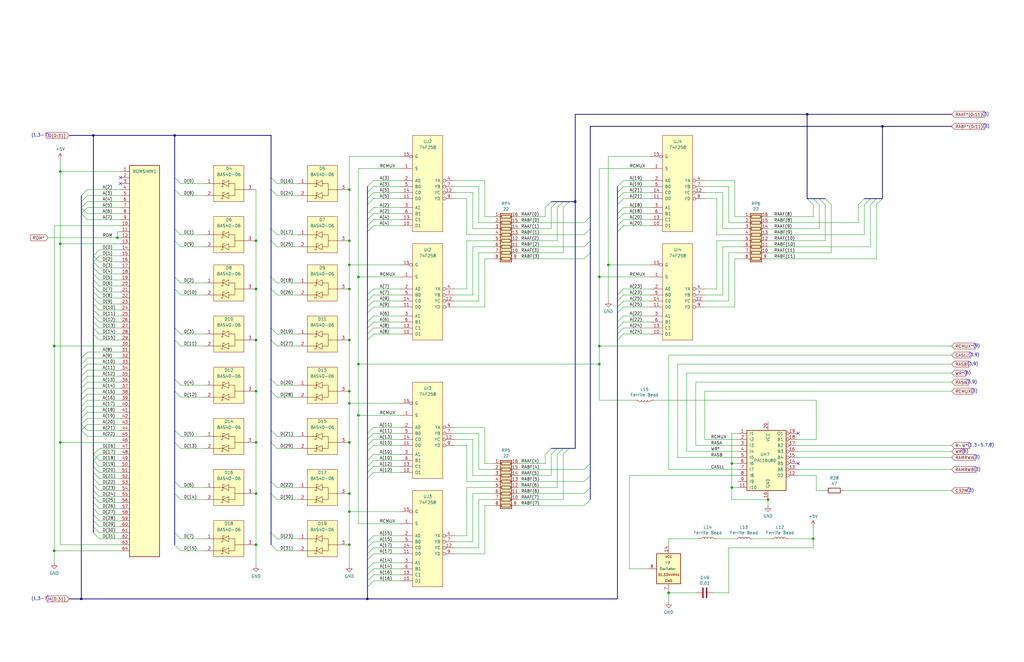
<source format=kicad_sch>
(kicad_sch (version 20211123) (generator eeschema)
  (paper "USLedger")
  (title_block (title "ROM & RAM Address Muxes") (date "2022-06-19") (rev "4") (company "Recreation of Apple engineering drawing 050-0253-01") (comment 1 "Corrected ROM pin 30 from +5V to Ground"))
  (junction (at 107.95 208.28))
  (junction (at 147.32 143.51))
  (junction (at 323.85 210.82))
  (junction (at 107.95 165.1))
  (junction (at 308.61 205.74))
  (junction (at 22.86 146.05))
  (junction (at 151.13 116.84))
  (junction (at 147.32 208.28))
  (junction (at 340.36 48.26))
  (junction (at 25.4 72.39))
  (junction (at 147.32 170.18))
  (junction (at 22.86 232.41))
  (junction (at 107.95 101.6))
  (junction (at 252.73 116.84))
  (junction (at 372.11 53.34))
  (junction (at 34.29 252.73))
  (junction (at 242.57 85.09))
  (junction (at 107.95 121.92))
  (junction (at 73.66 57.15))
  (junction (at 147.32 121.92))
  (junction (at 25.4 102.87))
  (junction (at 147.32 101.6))
  (junction (at 342.9 227.33))
  (junction (at 147.32 215.9))
  (junction (at 147.32 186.69))
  (junction (at 147.32 229.87))
  (junction (at 252.73 153.67))
  (junction (at 147.32 111.76))
  (junction (at 147.32 165.1))
  (junction (at 25.4 186.69))
  (junction (at 107.95 143.51))
  (junction (at 154.94 252.73))
  (junction (at 107.95 186.69))
  (junction (at 147.32 80.01))
  (junction (at 107.95 229.87))
  (junction (at 39.37 57.15))
  (junction (at 151.13 153.67))
  (junction (at 308.61 195.58))
  (junction (at 49.53 100.33))
  (junction (at 151.13 175.26))
  (junction (at 281.94 250.19))
  (junction (at 252.73 146.05))
  (junction (at 256.54 111.76))
  (no_connect (at 50.8 74.93))
  (no_connect (at 336.55 182.88))
  (no_connect (at 336.55 195.58))
  (no_connect (at 50.8 77.47))
  (bus_entry (at 157.48 87.63) (size -2.54 2.54))
  (bus_entry (at 116.84 232.41) (size -2.54 -2.54))
  (bus_entry (at 76.2 140.97) (size -2.54 -2.54))
  (bus_entry (at 157.48 135.89) (size -2.54 2.54))
  (bus_entry (at 157.48 245.11) (size -2.54 2.54))
  (bus_entry (at 246.38 213.36) (size 2.54 -2.54))
  (bus_entry (at 157.48 242.57) (size -2.54 2.54))
  (bus_entry (at 262.89 124.46) (size -2.54 2.54))
  (bus_entry (at 262.89 133.35) (size -2.54 2.54))
  (bus_entry (at 157.48 191.77) (size -2.54 2.54))
  (bus_entry (at 157.48 187.96) (size -2.54 2.54))
  (bus_entry (at 41.91 113.03) (size -2.54 -2.54))
  (bus_entry (at 41.91 227.33) (size -2.54 -2.54))
  (bus_entry (at 246.38 99.06) (size 2.54 -2.54))
  (bus_entry (at 36.83 181.61) (size -2.54 -2.54))
  (bus_entry (at 262.89 76.2) (size -2.54 2.54))
  (bus_entry (at 36.83 156.21) (size -2.54 2.54))
  (bus_entry (at 76.2 124.46) (size -2.54 -2.54))
  (bus_entry (at 76.2 99.06) (size -2.54 -2.54))
  (bus_entry (at 157.48 233.68) (size -2.54 2.54))
  (bus_entry (at 116.84 77.47) (size -2.54 -2.54))
  (bus_entry (at 36.83 82.55) (size -2.54 2.54))
  (bus_entry (at 76.2 227.33) (size -2.54 -2.54))
  (bus_entry (at 229.87 191.77) (size 2.54 -2.54))
  (bus_entry (at 116.84 146.05) (size -2.54 -2.54))
  (bus_entry (at 36.83 151.13) (size -2.54 2.54))
  (bus_entry (at 246.38 93.98) (size 2.54 -2.54))
  (bus_entry (at 36.83 161.29) (size -2.54 2.54))
  (bus_entry (at 364.49 86.36) (size 2.54 -2.54))
  (bus_entry (at 36.83 85.09) (size -2.54 2.54))
  (bus_entry (at 157.48 194.31) (size -2.54 2.54))
  (bus_entry (at 234.95 87.63) (size 2.54 -2.54))
  (bus_entry (at 232.41 87.63) (size 2.54 -2.54))
  (bus_entry (at 76.2 82.55) (size -2.54 -2.54))
  (bus_entry (at 157.48 121.92) (size -2.54 2.54))
  (bus_entry (at 246.38 203.2) (size 2.54 -2.54))
  (bus_entry (at 116.84 99.06) (size -2.54 -2.54))
  (bus_entry (at 116.84 82.55) (size -2.54 -2.54))
  (bus_entry (at 116.84 124.46) (size -2.54 -2.54))
  (bus_entry (at 41.91 125.73) (size -2.54 -2.54))
  (bus_entry (at 41.91 118.11) (size -2.54 -2.54))
  (bus_entry (at 41.91 217.17) (size -2.54 -2.54))
  (bus_entry (at 116.84 205.74) (size -2.54 -2.54))
  (bus_entry (at 36.83 153.67) (size -2.54 2.54))
  (bus_entry (at 36.83 87.63) (size -2.54 2.54))
  (bus_entry (at 262.89 127) (size -2.54 2.54))
  (bus_entry (at 262.89 129.54) (size -2.54 2.54))
  (bus_entry (at 36.83 171.45) (size -2.54 2.54))
  (bus_entry (at 41.91 209.55) (size -2.54 -2.54))
  (bus_entry (at 234.95 191.77) (size 2.54 -2.54))
  (bus_entry (at 262.89 90.17) (size -2.54 2.54))
  (bus_entry (at 262.89 83.82) (size -2.54 2.54))
  (bus_entry (at 41.91 196.85) (size -2.54 -2.54))
  (bus_entry (at 157.48 231.14) (size -2.54 2.54))
  (bus_entry (at 41.91 224.79) (size -2.54 -2.54))
  (bus_entry (at 157.48 81.28) (size -2.54 2.54))
  (bus_entry (at 262.89 92.71) (size -2.54 2.54))
  (bus_entry (at 41.91 204.47) (size -2.54 -2.54))
  (bus_entry (at 76.2 205.74) (size -2.54 -2.54))
  (bus_entry (at 41.91 138.43) (size -2.54 -2.54))
  (bus_entry (at 157.48 237.49) (size -2.54 2.54))
  (bus_entry (at 367.03 86.36) (size 2.54 -2.54))
  (bus_entry (at 347.98 86.36) (size -2.54 -2.54))
  (bus_entry (at 157.48 180.34) (size -2.54 2.54))
  (bus_entry (at 237.49 87.63) (size 2.54 -2.54))
  (bus_entry (at 116.84 210.82) (size -2.54 -2.54))
  (bus_entry (at 157.48 199.39) (size -2.54 2.54))
  (bus_entry (at 157.48 83.82) (size -2.54 2.54))
  (bus_entry (at 262.89 135.89) (size -2.54 2.54))
  (bus_entry (at 41.91 120.65) (size -2.54 -2.54))
  (bus_entry (at 157.48 182.88) (size -2.54 2.54))
  (bus_entry (at 350.52 86.36) (size -2.54 -2.54))
  (bus_entry (at 41.91 207.01) (size -2.54 -2.54))
  (bus_entry (at 345.44 86.36) (size -2.54 -2.54))
  (bus_entry (at 157.48 129.54) (size -2.54 2.54))
  (bus_entry (at 157.48 92.71) (size -2.54 2.54))
  (bus_entry (at 76.2 162.56) (size -2.54 -2.54))
  (bus_entry (at 41.91 140.97) (size -2.54 -2.54))
  (bus_entry (at 116.84 119.38) (size -2.54 -2.54))
  (bus_entry (at 36.83 184.15) (size -2.54 -2.54))
  (bus_entry (at 41.91 212.09) (size -2.54 -2.54))
  (bus_entry (at 36.83 173.99) (size -2.54 2.54))
  (bus_entry (at 262.89 138.43) (size -2.54 2.54))
  (bus_entry (at 262.89 140.97) (size -2.54 2.54))
  (bus_entry (at 262.89 78.74) (size -2.54 2.54))
  (bus_entry (at 41.91 214.63) (size -2.54 -2.54))
  (bus_entry (at 116.84 162.56) (size -2.54 -2.54))
  (bus_entry (at 76.2 77.47) (size -2.54 -2.54))
  (bus_entry (at 41.91 128.27) (size -2.54 -2.54))
  (bus_entry (at 41.91 219.71) (size -2.54 -2.54))
  (bus_entry (at 246.38 109.22) (size 2.54 -2.54))
  (bus_entry (at 36.83 176.53) (size -2.54 2.54))
  (bus_entry (at 36.83 168.91) (size -2.54 2.54))
  (bus_entry (at 157.48 226.06) (size -2.54 2.54))
  (bus_entry (at 232.41 191.77) (size 2.54 -2.54))
  (bus_entry (at 36.83 148.59) (size -2.54 2.54))
  (bus_entry (at 157.48 140.97) (size -2.54 2.54))
  (bus_entry (at 41.91 222.25) (size -2.54 -2.54))
  (bus_entry (at 41.91 191.77) (size -2.54 2.54))
  (bus_entry (at 76.2 184.15) (size -2.54 -2.54))
  (bus_entry (at 116.84 184.15) (size -2.54 -2.54))
  (bus_entry (at 229.87 87.63) (size 2.54 -2.54))
  (bus_entry (at 157.48 90.17) (size -2.54 2.54))
  (bus_entry (at 262.89 81.28) (size -2.54 2.54))
  (bus_entry (at 76.2 146.05) (size -2.54 -2.54))
  (bus_entry (at 246.38 104.14) (size 2.54 -2.54))
  (bus_entry (at 76.2 104.14) (size -2.54 -2.54))
  (bus_entry (at 342.9 86.36) (size -2.54 -2.54))
  (bus_entry (at 76.2 210.82) (size -2.54 -2.54))
  (bus_entry (at 116.84 227.33) (size -2.54 -2.54))
  (bus_entry (at 41.91 143.51) (size -2.54 -2.54))
  (bus_entry (at 41.91 201.93) (size -2.54 -2.54))
  (bus_entry (at 41.91 199.39) (size -2.54 -2.54))
  (bus_entry (at 157.48 240.03) (size -2.54 2.54))
  (bus_entry (at 36.83 92.71) (size -2.54 -2.54))
  (bus_entry (at 41.91 107.95) (size -2.54 2.54))
  (bus_entry (at 41.91 123.19) (size -2.54 -2.54))
  (bus_entry (at 41.91 130.81) (size -2.54 -2.54))
  (bus_entry (at 262.89 121.92) (size -2.54 2.54))
  (bus_entry (at 157.48 95.25) (size -2.54 2.54))
  (bus_entry (at 41.91 194.31) (size -2.54 -2.54))
  (bus_entry (at 41.91 133.35) (size -2.54 -2.54))
  (bus_entry (at 157.48 76.2) (size -2.54 2.54))
  (bus_entry (at 76.2 189.23) (size -2.54 -2.54))
  (bus_entry (at 116.84 140.97) (size -2.54 -2.54))
  (bus_entry (at 36.83 179.07) (size -2.54 2.54))
  (bus_entry (at 76.2 119.38) (size -2.54 -2.54))
  (bus_entry (at 116.84 167.64) (size -2.54 -2.54))
  (bus_entry (at 36.83 80.01) (size -2.54 2.54))
  (bus_entry (at 41.91 189.23) (size -2.54 2.54))
  (bus_entry (at 36.83 90.17) (size -2.54 -2.54))
  (bus_entry (at 157.48 78.74) (size -2.54 2.54))
  (bus_entry (at 246.38 198.12) (size 2.54 -2.54))
  (bus_entry (at 361.95 86.36) (size 2.54 -2.54))
  (bus_entry (at 36.83 158.75) (size -2.54 2.54))
  (bus_entry (at 116.84 104.14) (size -2.54 -2.54))
  (bus_entry (at 41.91 115.57) (size -2.54 -2.54))
  (bus_entry (at 157.48 138.43) (size -2.54 2.54))
  (bus_entry (at 157.48 196.85) (size -2.54 2.54))
  (bus_entry (at 157.48 124.46) (size -2.54 2.54))
  (bus_entry (at 76.2 167.64) (size -2.54 -2.54))
  (bus_entry (at 237.49 191.77) (size 2.54 -2.54))
  (bus_entry (at 36.83 166.37) (size -2.54 2.54))
  (bus_entry (at 116.84 189.23) (size -2.54 -2.54))
  (bus_entry (at 157.48 127) (size -2.54 2.54))
  (bus_entry (at 76.2 232.41) (size -2.54 -2.54))
  (bus_entry (at 157.48 133.35) (size -2.54 2.54))
  (bus_entry (at 157.48 185.42) (size -2.54 2.54))
  (bus_entry (at 41.91 105.41) (size -2.54 2.54))
  (bus_entry (at 369.57 86.36) (size 2.54 -2.54))
  (bus_entry (at 262.89 95.25) (size -2.54 2.54))
  (bus_entry (at 41.91 110.49) (size -2.54 -2.54))
  (bus_entry (at 262.89 87.63) (size -2.54 2.54))
  (bus_entry (at 157.48 228.6) (size -2.54 2.54))
  (bus_entry (at 246.38 208.28) (size 2.54 -2.54))
  (bus_entry (at 36.83 163.83) (size -2.54 2.54))
  (bus_entry (at 41.91 135.89) (size -2.54 -2.54))
  (wire (pts (xy 281.94 227.33) (xy 281.94 229.87)))
  (wire (pts (xy 147.32 143.51) (xy 147.32 165.1)))
  (bus (pts (xy 154.94 196.85) (xy 154.94 199.39)))
  (wire (pts (xy 22.86 95.25) (xy 22.86 146.05)))
  (wire (pts (xy 252.73 71.12) (xy 252.73 116.84)))
  (bus (pts (xy 154.94 86.36) (xy 154.94 90.17)))
  (wire (pts (xy 201.93 182.88) (xy 201.93 198.12)))
  (wire (pts (xy 50.8 163.83) (xy 36.83 163.83)))
  (wire (pts (xy 25.4 102.87) (xy 25.4 186.69)))
  (wire (pts (xy 168.91 191.77) (xy 157.48 191.77)))
  (wire (pts (xy 50.8 219.71) (xy 41.91 219.71)))
  (wire (pts (xy 323.85 91.44) (xy 342.9 91.44)))
  (bus (pts (xy 260.35 132.08) (xy 260.35 135.89)))
  (bus (pts (xy 154.94 185.42) (xy 154.94 187.96)))
  (wire (pts (xy 252.73 146.05) (xy 252.73 116.84)))
  (wire (pts (xy 147.32 101.6) (xy 147.32 111.76)))
  (bus (pts (xy 34.29 85.09) (xy 34.29 87.63)))
  (wire (pts (xy 275.59 168.91) (xy 344.17 168.91)))
  (bus (pts (xy 248.92 106.68) (xy 248.92 195.58)))
  (wire (pts (xy 191.77 187.96) (xy 196.85 187.96)))
  (wire (pts (xy 218.44 200.66) (xy 232.41 200.66)))
  (bus (pts (xy 73.66 160.02) (xy 73.66 165.1)))
  (wire (pts (xy 274.32 71.12) (xy 252.73 71.12)))
  (bus (pts (xy 114.3 186.69) (xy 114.3 203.2)))
  (wire (pts (xy 201.93 106.68) (xy 208.28 106.68)))
  (bus (pts (xy 372.11 53.34) (xy 372.11 83.82)))
  (wire (pts (xy 147.32 215.9) (xy 147.32 229.87)))
  (bus (pts (xy 248.92 200.66) (xy 248.92 205.74)))
  (bus (pts (xy 73.66 224.79) (xy 73.66 229.87)))
  (bus (pts (xy 73.66 143.51) (xy 73.66 160.02)))
  (wire (pts (xy 199.39 96.52) (xy 208.28 96.52)))
  (wire (pts (xy 201.93 210.82) (xy 208.28 210.82)))
  (bus (pts (xy 340.36 83.82) (xy 342.9 83.82)))
  (wire (pts (xy 342.9 231.14) (xy 342.9 227.33)))
  (wire (pts (xy 199.39 200.66) (xy 208.28 200.66)))
  (wire (pts (xy 36.83 168.91) (xy 50.8 168.91)))
  (wire (pts (xy 86.36 99.06) (xy 76.2 99.06)))
  (wire (pts (xy 191.77 124.46) (xy 199.39 124.46)))
  (bus (pts (xy 248.92 205.74) (xy 248.92 210.82)))
  (bus (pts (xy 248.92 195.58) (xy 248.92 200.66)))
  (bus (pts (xy 242.57 189.23) (xy 242.57 85.09)))
  (wire (pts (xy 147.32 66.04) (xy 147.32 80.01)))
  (wire (pts (xy 50.8 140.97) (xy 41.91 140.97)))
  (bus (pts (xy 73.66 57.15) (xy 73.66 74.93)))
  (bus (pts (xy 39.37 57.15) (xy 39.37 107.95)))
  (wire (pts (xy 50.8 176.53) (xy 36.83 176.53)))
  (bus (pts (xy 39.37 217.17) (xy 39.37 219.71)))
  (wire (pts (xy 274.32 87.63) (xy 262.89 87.63)))
  (wire (pts (xy 22.86 232.41) (xy 22.86 237.49)))
  (wire (pts (xy 116.84 146.05) (xy 125.73 146.05)))
  (wire (pts (xy 304.8 96.52) (xy 313.69 96.52)))
  (bus (pts (xy 34.29 87.63) (xy 34.29 90.17)))
  (bus (pts (xy 34.29 156.21) (xy 34.29 158.75)))
  (wire (pts (xy 22.86 95.25) (xy 50.8 95.25)))
  (wire (pts (xy 199.39 81.28) (xy 199.39 96.52)))
  (bus (pts (xy 34.29 181.61) (xy 34.29 252.73)))
  (wire (pts (xy 302.26 121.92) (xy 302.26 101.6)))
  (wire (pts (xy 196.85 101.6) (xy 208.28 101.6)))
  (wire (pts (xy 50.8 107.95) (xy 41.91 107.95)))
  (wire (pts (xy 168.91 76.2) (xy 157.48 76.2)))
  (wire (pts (xy 147.32 80.01) (xy 147.32 101.6)))
  (bus (pts (xy 154.94 97.79) (xy 154.94 124.46)))
  (bus (pts (xy 114.3 160.02) (xy 114.3 165.1)))
  (wire (pts (xy 191.77 228.6) (xy 199.39 228.6)))
  (bus (pts (xy 154.94 242.57) (xy 154.94 245.11)))
  (wire (pts (xy 49.53 100.33) (xy 50.8 100.33)))
  (wire (pts (xy 86.36 210.82) (xy 76.2 210.82)))
  (wire (pts (xy 50.8 166.37) (xy 36.83 166.37)))
  (wire (pts (xy 191.77 180.34) (xy 204.47 180.34)))
  (wire (pts (xy 311.15 198.12) (xy 281.94 198.12)))
  (wire (pts (xy 147.32 66.04) (xy 168.91 66.04)))
  (bus (pts (xy 114.3 121.92) (xy 114.3 138.43)))
  (wire (pts (xy 229.87 91.44) (xy 229.87 87.63)))
  (wire (pts (xy 367.03 104.14) (xy 367.03 86.36)))
  (wire (pts (xy 262.89 140.97) (xy 274.32 140.97)))
  (wire (pts (xy 345.44 96.52) (xy 345.44 86.36)))
  (wire (pts (xy 168.91 71.12) (xy 151.13 71.12)))
  (wire (pts (xy 304.8 124.46) (xy 304.8 104.14)))
  (bus (pts (xy 73.66 121.92) (xy 73.66 138.43)))
  (wire (pts (xy 50.8 110.49) (xy 41.91 110.49)))
  (wire (pts (xy 307.34 231.14) (xy 342.9 231.14)))
  (bus (pts (xy 39.37 57.15) (xy 29.21 57.15)))
  (wire (pts (xy 168.91 194.31) (xy 157.48 194.31)))
  (wire (pts (xy 274.32 78.74) (xy 262.89 78.74)))
  (bus (pts (xy 248.92 53.34) (xy 248.92 91.44)))
  (bus (pts (xy 34.29 171.45) (xy 34.29 173.99)))
  (wire (pts (xy 218.44 205.74) (xy 234.95 205.74)))
  (wire (pts (xy 323.85 109.22) (xy 369.57 109.22)))
  (bus (pts (xy 114.3 138.43) (xy 114.3 143.51)))
  (wire (pts (xy 289.56 190.5) (xy 289.56 157.48)))
  (wire (pts (xy 199.39 124.46) (xy 199.39 104.14)))
  (wire (pts (xy 168.91 83.82) (xy 157.48 83.82)))
  (wire (pts (xy 323.85 96.52) (xy 345.44 96.52)))
  (bus (pts (xy 39.37 212.09) (xy 39.37 214.63)))
  (bus (pts (xy 73.66 186.69) (xy 73.66 203.2)))
  (bus (pts (xy 154.94 194.31) (xy 154.94 196.85)))
  (wire (pts (xy 308.61 210.82) (xy 323.85 210.82)))
  (bus (pts (xy 260.35 129.54) (xy 260.35 132.08)))
  (bus (pts (xy 73.66 101.6) (xy 73.66 116.84)))
  (bus (pts (xy 248.92 53.34) (xy 372.11 53.34)))
  (wire (pts (xy 86.36 77.47) (xy 76.2 77.47)))
  (wire (pts (xy 116.84 104.14) (xy 125.73 104.14)))
  (bus (pts (xy 372.11 53.34) (xy 401.32 53.34)))
  (wire (pts (xy 50.8 171.45) (xy 36.83 171.45)))
  (bus (pts (xy 73.66 138.43) (xy 73.66 143.51)))
  (bus (pts (xy 260.35 95.25) (xy 260.35 97.79)))
  (wire (pts (xy 86.36 184.15) (xy 76.2 184.15)))
  (wire (pts (xy 168.91 87.63) (xy 157.48 87.63)))
  (wire (pts (xy 25.4 67.31) (xy 25.4 72.39)))
  (wire (pts (xy 317.5 227.33) (xy 325.12 227.33)))
  (bus (pts (xy 39.37 107.95) (xy 39.37 110.49)))
  (wire (pts (xy 252.73 168.91) (xy 267.97 168.91)))
  (wire (pts (xy 361.95 93.98) (xy 361.95 86.36)))
  (bus (pts (xy 248.92 101.6) (xy 248.92 106.68)))
  (bus (pts (xy 154.94 182.88) (xy 154.94 185.42)))
  (wire (pts (xy 265.43 240.03) (xy 273.05 240.03)))
  (bus (pts (xy 34.29 163.83) (xy 34.29 166.37)))
  (wire (pts (xy 323.85 93.98) (xy 361.95 93.98)))
  (wire (pts (xy 50.8 82.55) (xy 36.83 82.55)))
  (wire (pts (xy 311.15 190.5) (xy 289.56 190.5)))
  (wire (pts (xy 309.88 91.44) (xy 313.69 91.44)))
  (bus (pts (xy 39.37 140.97) (xy 39.37 191.77)))
  (bus (pts (xy 154.94 132.08) (xy 154.94 135.89)))
  (wire (pts (xy 50.8 135.89) (xy 41.91 135.89)))
  (bus (pts (xy 39.37 207.01) (xy 39.37 209.55)))
  (wire (pts (xy 199.39 185.42) (xy 199.39 200.66)))
  (wire (pts (xy 274.32 95.25) (xy 262.89 95.25)))
  (wire (pts (xy 308.61 195.58) (xy 308.61 205.74)))
  (wire (pts (xy 86.36 189.23) (xy 76.2 189.23)))
  (bus (pts (xy 114.3 57.15) (xy 114.3 74.93)))
  (wire (pts (xy 232.41 96.52) (xy 232.41 87.63)))
  (bus (pts (xy 114.3 96.52) (xy 114.3 101.6)))
  (wire (pts (xy 107.95 121.92) (xy 107.95 143.51)))
  (wire (pts (xy 50.8 92.71) (xy 36.83 92.71)))
  (wire (pts (xy 304.8 104.14) (xy 313.69 104.14)))
  (wire (pts (xy 147.32 229.87) (xy 147.32 238.76)))
  (bus (pts (xy 154.94 124.46) (xy 154.94 127)))
  (wire (pts (xy 274.32 138.43) (xy 262.89 138.43)))
  (wire (pts (xy 50.8 130.81) (xy 41.91 130.81)))
  (bus (pts (xy 154.94 201.93) (xy 154.94 228.6)))
  (bus (pts (xy 260.35 143.51) (xy 260.35 252.73)))
  (wire (pts (xy 50.8 222.25) (xy 41.91 222.25)))
  (wire (pts (xy 204.47 129.54) (xy 204.47 109.22)))
  (bus (pts (xy 114.3 181.61) (xy 114.3 186.69)))
  (wire (pts (xy 199.39 228.6) (xy 199.39 208.28)))
  (bus (pts (xy 248.92 96.52) (xy 248.92 101.6)))
  (wire (pts (xy 274.32 121.92) (xy 262.89 121.92)))
  (wire (pts (xy 344.17 168.91) (xy 344.17 185.42)))
  (bus (pts (xy 73.66 57.15) (xy 39.37 57.15)))
  (wire (pts (xy 323.85 210.82) (xy 323.85 213.36)))
  (wire (pts (xy 274.32 135.89) (xy 262.89 135.89)))
  (bus (pts (xy 234.95 189.23) (xy 237.49 189.23)))
  (wire (pts (xy 297.18 81.28) (xy 304.8 81.28)))
  (wire (pts (xy 168.91 187.96) (xy 157.48 187.96)))
  (wire (pts (xy 308.61 182.88) (xy 308.61 195.58)))
  (wire (pts (xy 147.32 186.69) (xy 147.32 208.28)))
  (wire (pts (xy 168.91 196.85) (xy 157.48 196.85)))
  (wire (pts (xy 50.8 217.17) (xy 41.91 217.17)))
  (wire (pts (xy 151.13 71.12) (xy 151.13 116.84)))
  (bus (pts (xy 39.37 115.57) (xy 39.37 118.11)))
  (bus (pts (xy 260.35 135.89) (xy 260.35 138.43)))
  (wire (pts (xy 168.91 127) (xy 157.48 127)))
  (wire (pts (xy 151.13 175.26) (xy 151.13 220.98)))
  (wire (pts (xy 107.95 186.69) (xy 107.95 208.28)))
  (wire (pts (xy 336.55 193.04) (xy 401.32 193.04)))
  (bus (pts (xy 39.37 135.89) (xy 39.37 138.43)))
  (wire (pts (xy 168.91 111.76) (xy 147.32 111.76)))
  (bus (pts (xy 154.94 228.6) (xy 154.94 231.14)))
  (bus (pts (xy 73.66 181.61) (xy 73.66 186.69)))
  (wire (pts (xy 151.13 116.84) (xy 168.91 116.84)))
  (wire (pts (xy 355.6 207.01) (xy 401.32 207.01)))
  (bus (pts (xy 39.37 118.11) (xy 39.37 120.65)))
  (bus (pts (xy 39.37 130.81) (xy 39.37 133.35)))
  (wire (pts (xy 157.48 199.39) (xy 168.91 199.39)))
  (wire (pts (xy 116.84 99.06) (xy 125.73 99.06)))
  (bus (pts (xy 154.94 138.43) (xy 154.94 140.97)))
  (wire (pts (xy 281.94 198.12) (xy 281.94 149.86)))
  (wire (pts (xy 147.32 208.28) (xy 147.32 215.9)))
  (wire (pts (xy 25.4 186.69) (xy 25.4 229.87)))
  (bus (pts (xy 34.29 173.99) (xy 34.29 176.53)))
  (wire (pts (xy 281.94 250.19) (xy 293.37 250.19)))
  (wire (pts (xy 252.73 146.05) (xy 252.73 153.67)))
  (wire (pts (xy 297.18 185.42) (xy 311.15 185.42)))
  (wire (pts (xy 350.52 106.68) (xy 350.52 86.36)))
  (wire (pts (xy 323.85 106.68) (xy 350.52 106.68)))
  (bus (pts (xy 364.49 83.82) (xy 367.03 83.82)))
  (wire (pts (xy 191.77 81.28) (xy 199.39 81.28)))
  (wire (pts (xy 50.8 212.09) (xy 41.91 212.09)))
  (wire (pts (xy 274.32 124.46) (xy 262.89 124.46)))
  (wire (pts (xy 147.32 170.18) (xy 147.32 186.69)))
  (wire (pts (xy 168.91 90.17) (xy 157.48 90.17)))
  (bus (pts (xy 237.49 189.23) (xy 240.03 189.23)))
  (bus (pts (xy 39.37 125.73) (xy 39.37 128.27)))
  (wire (pts (xy 50.8 158.75) (xy 36.83 158.75)))
  (wire (pts (xy 25.4 229.87) (xy 50.8 229.87)))
  (bus (pts (xy 248.92 91.44) (xy 248.92 96.52)))
  (wire (pts (xy 86.36 205.74) (xy 76.2 205.74)))
  (wire (pts (xy 50.8 87.63) (xy 36.83 87.63)))
  (wire (pts (xy 281.94 250.19) (xy 281.94 254)))
  (wire (pts (xy 86.36 140.97) (xy 76.2 140.97)))
  (bus (pts (xy 240.03 85.09) (xy 242.57 85.09)))
  (wire (pts (xy 342.9 227.33) (xy 342.9 222.25)))
  (bus (pts (xy 342.9 83.82) (xy 345.44 83.82)))
  (wire (pts (xy 116.84 77.47) (xy 125.73 77.47)))
  (wire (pts (xy 50.8 191.77) (xy 41.91 191.77)))
  (bus (pts (xy 73.66 80.01) (xy 73.66 96.52)))
  (wire (pts (xy 168.91 185.42) (xy 157.48 185.42)))
  (wire (pts (xy 237.49 106.68) (xy 237.49 87.63)))
  (wire (pts (xy 107.95 143.51) (xy 107.95 165.1)))
  (wire (pts (xy 191.77 129.54) (xy 204.47 129.54)))
  (wire (pts (xy 302.26 83.82) (xy 302.26 99.06)))
  (wire (pts (xy 49.53 97.79) (xy 49.53 100.33)))
  (wire (pts (xy 204.47 76.2) (xy 191.77 76.2)))
  (wire (pts (xy 50.8 201.93) (xy 41.91 201.93)))
  (bus (pts (xy 260.35 90.17) (xy 260.35 92.71)))
  (wire (pts (xy 218.44 203.2) (xy 246.38 203.2)))
  (bus (pts (xy 367.03 83.82) (xy 369.57 83.82)))
  (wire (pts (xy 218.44 198.12) (xy 246.38 198.12)))
  (wire (pts (xy 252.73 146.05) (xy 401.32 146.05)))
  (wire (pts (xy 336.55 185.42) (xy 344.17 185.42)))
  (wire (pts (xy 204.47 180.34) (xy 204.47 195.58)))
  (wire (pts (xy 342.9 91.44) (xy 342.9 86.36)))
  (wire (pts (xy 50.8 207.01) (xy 41.91 207.01)))
  (wire (pts (xy 22.86 146.05) (xy 50.8 146.05)))
  (bus (pts (xy 73.66 96.52) (xy 73.66 101.6)))
  (wire (pts (xy 218.44 99.06) (xy 246.38 99.06)))
  (wire (pts (xy 218.44 91.44) (xy 229.87 91.44)))
  (wire (pts (xy 274.32 83.82) (xy 262.89 83.82)))
  (wire (pts (xy 344.17 207.01) (xy 347.98 207.01)))
  (bus (pts (xy 39.37 113.03) (xy 39.37 115.57)))
  (wire (pts (xy 25.4 186.69) (xy 50.8 186.69)))
  (bus (pts (xy 240.03 189.23) (xy 242.57 189.23)))
  (wire (pts (xy 196.85 226.06) (xy 196.85 205.74)))
  (wire (pts (xy 50.8 214.63) (xy 41.91 214.63)))
  (wire (pts (xy 323.85 99.06) (xy 364.49 99.06)))
  (wire (pts (xy 50.8 85.09) (xy 36.83 85.09)))
  (bus (pts (xy 154.94 190.5) (xy 154.94 194.31)))
  (wire (pts (xy 229.87 195.58) (xy 229.87 191.77)))
  (wire (pts (xy 218.44 106.68) (xy 237.49 106.68)))
  (bus (pts (xy 114.3 57.15) (xy 73.66 57.15)))
  (bus (pts (xy 260.35 140.97) (xy 260.35 143.51)))
  (bus (pts (xy 154.94 240.03) (xy 154.94 242.57)))
  (wire (pts (xy 300.99 250.19) (xy 307.34 250.19)))
  (wire (pts (xy 274.32 90.17) (xy 262.89 90.17)))
  (wire (pts (xy 191.77 233.68) (xy 204.47 233.68)))
  (wire (pts (xy 116.84 232.41) (xy 125.73 232.41)))
  (bus (pts (xy 39.37 110.49) (xy 39.37 113.03)))
  (wire (pts (xy 218.44 210.82) (xy 237.49 210.82)))
  (wire (pts (xy 191.77 121.92) (xy 196.85 121.92)))
  (wire (pts (xy 168.91 121.92) (xy 157.48 121.92)))
  (wire (pts (xy 147.32 111.76) (xy 147.32 121.92)))
  (wire (pts (xy 50.8 143.51) (xy 41.91 143.51)))
  (wire (pts (xy 168.91 135.89) (xy 157.48 135.89)))
  (wire (pts (xy 50.8 133.35) (xy 41.91 133.35)))
  (wire (pts (xy 22.86 146.05) (xy 22.86 232.41)))
  (bus (pts (xy 114.3 80.01) (xy 114.3 96.52)))
  (wire (pts (xy 86.36 124.46) (xy 76.2 124.46)))
  (wire (pts (xy 86.36 104.14) (xy 76.2 104.14)))
  (bus (pts (xy 154.94 92.71) (xy 154.94 95.25)))
  (wire (pts (xy 336.55 200.66) (xy 344.17 200.66)))
  (wire (pts (xy 86.36 162.56) (xy 76.2 162.56)))
  (wire (pts (xy 116.84 162.56) (xy 125.73 162.56)))
  (bus (pts (xy 39.37 191.77) (xy 39.37 194.31)))
  (wire (pts (xy 196.85 203.2) (xy 208.28 203.2)))
  (wire (pts (xy 116.84 184.15) (xy 125.73 184.15)))
  (bus (pts (xy 73.66 74.93) (xy 73.66 80.01)))
  (wire (pts (xy 50.8 184.15) (xy 36.83 184.15)))
  (wire (pts (xy 234.95 205.74) (xy 234.95 191.77)))
  (wire (pts (xy 323.85 104.14) (xy 367.03 104.14)))
  (bus (pts (xy 114.3 74.93) (xy 114.3 80.01)))
  (wire (pts (xy 151.13 153.67) (xy 252.73 153.67)))
  (wire (pts (xy 41.91 227.33) (xy 50.8 227.33)))
  (bus (pts (xy 260.35 138.43) (xy 260.35 140.97)))
  (wire (pts (xy 168.91 242.57) (xy 157.48 242.57)))
  (bus (pts (xy 260.35 97.79) (xy 260.35 124.46)))
  (wire (pts (xy 285.75 153.67) (xy 401.32 153.67)))
  (wire (pts (xy 256.54 111.76) (xy 274.32 111.76)))
  (bus (pts (xy 39.37 219.71) (xy 39.37 222.25)))
  (wire (pts (xy 274.32 66.04) (xy 256.54 66.04)))
  (bus (pts (xy 154.94 135.89) (xy 154.94 138.43)))
  (bus (pts (xy 340.36 48.26) (xy 401.32 48.26)))
  (wire (pts (xy 307.34 250.19) (xy 307.34 231.14)))
  (bus (pts (xy 260.35 92.71) (xy 260.35 95.25)))
  (wire (pts (xy 157.48 245.11) (xy 168.91 245.11)))
  (wire (pts (xy 199.39 104.14) (xy 208.28 104.14)))
  (wire (pts (xy 50.8 90.17) (xy 36.83 90.17)))
  (wire (pts (xy 50.8 161.29) (xy 36.83 161.29)))
  (wire (pts (xy 151.13 116.84) (xy 151.13 153.67)))
  (bus (pts (xy 154.94 127) (xy 154.94 129.54)))
  (wire (pts (xy 50.8 138.43) (xy 41.91 138.43)))
  (wire (pts (xy 107.95 101.6) (xy 107.95 121.92)))
  (wire (pts (xy 168.91 133.35) (xy 157.48 133.35)))
  (bus (pts (xy 260.35 86.36) (xy 260.35 90.17)))
  (bus (pts (xy 260.35 78.74) (xy 260.35 81.28)))
  (bus (pts (xy 39.37 222.25) (xy 39.37 224.79)))
  (wire (pts (xy 274.32 92.71) (xy 262.89 92.71)))
  (wire (pts (xy 297.18 78.74) (xy 307.34 78.74)))
  (wire (pts (xy 147.32 121.92) (xy 147.32 143.51)))
  (wire (pts (xy 218.44 109.22) (xy 246.38 109.22)))
  (wire (pts (xy 50.8 199.39) (xy 41.91 199.39)))
  (wire (pts (xy 297.18 129.54) (xy 309.88 129.54)))
  (wire (pts (xy 274.32 133.35) (xy 262.89 133.35)))
  (wire (pts (xy 311.15 182.88) (xy 308.61 182.88)))
  (wire (pts (xy 168.91 180.34) (xy 157.48 180.34)))
  (wire (pts (xy 332.74 227.33) (xy 342.9 227.33)))
  (bus (pts (xy 369.57 83.82) (xy 372.11 83.82)))
  (bus (pts (xy 34.29 158.75) (xy 34.29 161.29)))
  (bus (pts (xy 34.29 153.67) (xy 34.29 156.21)))
  (wire (pts (xy 208.28 91.44) (xy 204.47 91.44)))
  (bus (pts (xy 39.37 133.35) (xy 39.37 135.89)))
  (bus (pts (xy 340.36 48.26) (xy 340.36 83.82)))
  (wire (pts (xy 302.26 99.06) (xy 313.69 99.06)))
  (wire (pts (xy 323.85 101.6) (xy 347.98 101.6)))
  (bus (pts (xy 232.41 85.09) (xy 234.95 85.09)))
  (wire (pts (xy 297.18 76.2) (xy 309.88 76.2)))
  (wire (pts (xy 86.36 146.05) (xy 76.2 146.05)))
  (wire (pts (xy 191.77 83.82) (xy 196.85 83.82)))
  (wire (pts (xy 107.95 165.1) (xy 107.95 186.69)))
  (bus (pts (xy 154.94 233.68) (xy 154.94 236.22)))
  (wire (pts (xy 246.38 213.36) (xy 218.44 213.36)))
  (wire (pts (xy 281.94 149.86) (xy 401.32 149.86)))
  (bus (pts (xy 234.95 85.09) (xy 237.49 85.09)))
  (wire (pts (xy 107.95 229.87) (xy 107.95 238.76)))
  (wire (pts (xy 307.34 93.98) (xy 313.69 93.98)))
  (wire (pts (xy 50.8 80.01) (xy 36.83 80.01)))
  (wire (pts (xy 116.84 124.46) (xy 125.73 124.46)))
  (wire (pts (xy 168.91 226.06) (xy 157.48 226.06)))
  (wire (pts (xy 401.32 165.1) (xy 297.18 165.1)))
  (bus (pts (xy 73.66 165.1) (xy 73.66 181.61)))
  (wire (pts (xy 218.44 104.14) (xy 246.38 104.14)))
  (wire (pts (xy 25.4 72.39) (xy 25.4 102.87)))
  (wire (pts (xy 196.85 205.74) (xy 208.28 205.74)))
  (wire (pts (xy 50.8 196.85) (xy 41.91 196.85)))
  (bus (pts (xy 260.35 124.46) (xy 260.35 127)))
  (wire (pts (xy 50.8 153.67) (xy 36.83 153.67)))
  (wire (pts (xy 309.88 76.2) (xy 309.88 91.44)))
  (wire (pts (xy 36.83 173.99) (xy 50.8 173.99)))
  (wire (pts (xy 151.13 220.98) (xy 168.91 220.98)))
  (bus (pts (xy 154.94 199.39) (xy 154.94 201.93)))
  (bus (pts (xy 154.94 143.51) (xy 154.94 182.88)))
  (wire (pts (xy 201.93 93.98) (xy 208.28 93.98)))
  (wire (pts (xy 50.8 105.41) (xy 41.91 105.41)))
  (wire (pts (xy 168.91 78.74) (xy 157.48 78.74)))
  (wire (pts (xy 168.91 170.18) (xy 147.32 170.18)))
  (wire (pts (xy 116.84 210.82) (xy 125.73 210.82)))
  (wire (pts (xy 256.54 111.76) (xy 256.54 127)))
  (wire (pts (xy 232.41 200.66) (xy 232.41 191.77)))
  (wire (pts (xy 86.36 119.38) (xy 76.2 119.38)))
  (wire (pts (xy 311.15 205.74) (xy 308.61 205.74)))
  (bus (pts (xy 39.37 214.63) (xy 39.37 217.17)))
  (bus (pts (xy 34.29 176.53) (xy 34.29 179.07)))
  (wire (pts (xy 116.84 227.33) (xy 125.73 227.33)))
  (wire (pts (xy 274.32 129.54) (xy 262.89 129.54)))
  (wire (pts (xy 50.8 118.11) (xy 41.91 118.11)))
  (wire (pts (xy 297.18 124.46) (xy 304.8 124.46)))
  (wire (pts (xy 294.64 227.33) (xy 281.94 227.33)))
  (wire (pts (xy 237.49 210.82) (xy 237.49 191.77)))
  (bus (pts (xy 154.94 129.54) (xy 154.94 132.08)))
  (wire (pts (xy 151.13 153.67) (xy 151.13 175.26)))
  (wire (pts (xy 302.26 101.6) (xy 313.69 101.6)))
  (wire (pts (xy 25.4 102.87) (xy 50.8 102.87)))
  (wire (pts (xy 168.91 228.6) (xy 157.48 228.6)))
  (bus (pts (xy 260.35 127) (xy 260.35 129.54)))
  (bus (pts (xy 34.29 161.29) (xy 34.29 163.83)))
  (wire (pts (xy 204.47 195.58) (xy 208.28 195.58)))
  (wire (pts (xy 311.15 195.58) (xy 308.61 195.58)))
  (wire (pts (xy 199.39 208.28) (xy 208.28 208.28)))
  (bus (pts (xy 34.29 151.13) (xy 34.29 153.67)))
  (wire (pts (xy 204.47 91.44) (xy 204.47 76.2)))
  (bus (pts (xy 154.94 247.65) (xy 154.94 252.73)))
  (wire (pts (xy 191.77 182.88) (xy 201.93 182.88)))
  (wire (pts (xy 22.86 232.41) (xy 50.8 232.41)))
  (bus (pts (xy 154.94 140.97) (xy 154.94 143.51)))
  (wire (pts (xy 50.8 194.31) (xy 41.91 194.31)))
  (wire (pts (xy 191.77 185.42) (xy 199.39 185.42)))
  (bus (pts (xy 345.44 83.82) (xy 347.98 83.82)))
  (bus (pts (xy 39.37 196.85) (xy 39.37 199.39)))
  (wire (pts (xy 50.8 125.73) (xy 41.91 125.73)))
  (wire (pts (xy 364.49 99.06) (xy 364.49 86.36)))
  (bus (pts (xy 34.29 179.07) (xy 34.29 181.61)))
  (wire (pts (xy 50.8 97.79) (xy 49.53 97.79)))
  (wire (pts (xy 336.55 190.5) (xy 401.32 190.5)))
  (bus (pts (xy 242.57 48.26) (xy 340.36 48.26)))
  (wire (pts (xy 347.98 101.6) (xy 347.98 86.36)))
  (bus (pts (xy 39.37 201.93) (xy 39.37 204.47)))
  (bus (pts (xy 260.35 83.82) (xy 260.35 86.36)))
  (wire (pts (xy 50.8 72.39) (xy 25.4 72.39)))
  (wire (pts (xy 201.93 198.12) (xy 208.28 198.12)))
  (wire (pts (xy 308.61 205.74) (xy 308.61 210.82)))
  (wire (pts (xy 116.84 119.38) (xy 125.73 119.38)))
  (wire (pts (xy 168.91 237.49) (xy 157.48 237.49)))
  (wire (pts (xy 168.91 215.9) (xy 147.32 215.9)))
  (wire (pts (xy 168.91 240.03) (xy 157.48 240.03)))
  (wire (pts (xy 147.32 165.1) (xy 147.32 170.18)))
  (wire (pts (xy 50.8 189.23) (xy 41.91 189.23)))
  (wire (pts (xy 307.34 106.68) (xy 313.69 106.68)))
  (wire (pts (xy 50.8 115.57) (xy 41.91 115.57)))
  (bus (pts (xy 34.29 168.91) (xy 34.29 171.45)))
  (wire (pts (xy 297.18 121.92) (xy 302.26 121.92)))
  (bus (pts (xy 39.37 123.19) (xy 39.37 125.73)))
  (bus (pts (xy 232.41 189.23) (xy 234.95 189.23)))
  (wire (pts (xy 116.84 82.55) (xy 125.73 82.55)))
  (wire (pts (xy 157.48 95.25) (xy 168.91 95.25)))
  (wire (pts (xy 204.47 233.68) (xy 204.47 213.36)))
  (bus (pts (xy 154.94 245.11) (xy 154.94 247.65)))
  (bus (pts (xy 34.29 252.73) (xy 29.21 252.73)))
  (wire (pts (xy 86.36 82.55) (xy 76.2 82.55)))
  (wire (pts (xy 50.8 113.03) (xy 41.91 113.03)))
  (wire (pts (xy 218.44 101.6) (xy 234.95 101.6)))
  (wire (pts (xy 107.95 80.01) (xy 107.95 101.6)))
  (wire (pts (xy 297.18 165.1) (xy 297.18 185.42)))
  (wire (pts (xy 50.8 151.13) (xy 36.83 151.13)))
  (bus (pts (xy 73.66 203.2) (xy 73.66 208.28)))
  (wire (pts (xy 336.55 187.96) (xy 401.32 187.96)))
  (bus (pts (xy 154.94 90.17) (xy 154.94 92.71)))
  (wire (pts (xy 191.77 226.06) (xy 196.85 226.06)))
  (bus (pts (xy 242.57 48.26) (xy 242.57 85.09)))
  (wire (pts (xy 151.13 175.26) (xy 168.91 175.26)))
  (wire (pts (xy 218.44 93.98) (xy 246.38 93.98)))
  (bus (pts (xy 39.37 199.39) (xy 39.37 201.93)))
  (wire (pts (xy 168.91 138.43) (xy 157.48 138.43)))
  (bus (pts (xy 154.94 81.28) (xy 154.94 83.82)))
  (wire (pts (xy 297.18 127) (xy 307.34 127)))
  (wire (pts (xy 302.26 227.33) (xy 309.88 227.33)))
  (wire (pts (xy 218.44 96.52) (xy 232.41 96.52)))
  (bus (pts (xy 114.3 101.6) (xy 114.3 116.84)))
  (wire (pts (xy 265.43 200.66) (xy 265.43 240.03)))
  (bus (pts (xy 39.37 120.65) (xy 39.37 123.19)))
  (wire (pts (xy 297.18 83.82) (xy 302.26 83.82)))
  (wire (pts (xy 76.2 232.41) (xy 86.36 232.41)))
  (wire (pts (xy 157.48 140.97) (xy 168.91 140.97)))
  (wire (pts (xy 201.93 231.14) (xy 201.93 210.82)))
  (bus (pts (xy 34.29 252.73) (xy 154.94 252.73)))
  (wire (pts (xy 168.91 182.88) (xy 157.48 182.88)))
  (wire (pts (xy 50.8 156.21) (xy 36.83 156.21)))
  (wire (pts (xy 293.37 161.29) (xy 401.32 161.29)))
  (wire (pts (xy 50.8 204.47) (xy 41.91 204.47)))
  (wire (pts (xy 311.15 193.04) (xy 285.75 193.04)))
  (wire (pts (xy 218.44 195.58) (xy 229.87 195.58)))
  (wire (pts (xy 50.8 120.65) (xy 41.91 120.65)))
  (bus (pts (xy 39.37 128.27) (xy 39.37 130.81)))
  (wire (pts (xy 116.84 205.74) (xy 125.73 205.74)))
  (bus (pts (xy 39.37 138.43) (xy 39.37 140.97)))
  (wire (pts (xy 252.73 116.84) (xy 274.32 116.84)))
  (bus (pts (xy 34.29 82.55) (xy 34.29 85.09)))
  (wire (pts (xy 252.73 153.67) (xy 252.73 168.91)))
  (wire (pts (xy 311.15 200.66) (xy 265.43 200.66)))
  (wire (pts (xy 50.8 209.55) (xy 41.91 209.55)))
  (bus (pts (xy 114.3 165.1) (xy 114.3 181.61)))
  (wire (pts (xy 36.83 181.61) (xy 50.8 181.61)))
  (wire (pts (xy 50.8 128.27) (xy 41.91 128.27)))
  (bus (pts (xy 114.3 224.79) (xy 114.3 229.87)))
  (wire (pts (xy 196.85 187.96) (xy 196.85 203.2)))
  (wire (pts (xy 116.84 189.23) (xy 125.73 189.23)))
  (wire (pts (xy 256.54 66.04) (xy 256.54 111.76)))
  (wire (pts (xy 50.8 148.59) (xy 36.83 148.59)))
  (bus (pts (xy 260.35 81.28) (xy 260.35 83.82)))
  (wire (pts (xy 168.91 129.54) (xy 157.48 129.54)))
  (bus (pts (xy 39.37 204.47) (xy 39.37 207.01)))
  (bus (pts (xy 73.66 116.84) (xy 73.66 121.92)))
  (wire (pts (xy 168.91 124.46) (xy 157.48 124.46)))
  (wire (pts (xy 116.84 140.97) (xy 125.73 140.97)))
  (wire (pts (xy 191.77 78.74) (xy 201.93 78.74)))
  (wire (pts (xy 196.85 83.82) (xy 196.85 99.06)))
  (wire (pts (xy 196.85 99.06) (xy 208.28 99.06)))
  (wire (pts (xy 204.47 109.22) (xy 208.28 109.22)))
  (wire (pts (xy 336.55 198.12) (xy 401.32 198.12)))
  (wire (pts (xy 116.84 167.64) (xy 125.73 167.64)))
  (wire (pts (xy 196.85 121.92) (xy 196.85 101.6)))
  (wire (pts (xy 274.32 127) (xy 262.89 127)))
  (wire (pts (xy 191.77 231.14) (xy 201.93 231.14)))
  (wire (pts (xy 369.57 109.22) (xy 369.57 86.36)))
  (wire (pts (xy 50.8 123.19) (xy 41.91 123.19)))
  (wire (pts (xy 304.8 81.28) (xy 304.8 96.52)))
  (wire (pts (xy 311.15 187.96) (xy 293.37 187.96)))
  (bus (pts (xy 154.94 78.74) (xy 154.94 81.28)))
  (wire (pts (xy 218.44 208.28) (xy 246.38 208.28)))
  (wire (pts (xy 107.95 208.28) (xy 107.95 229.87)))
  (bus (pts (xy 34.29 166.37) (xy 34.29 168.91)))
  (wire (pts (xy 50.8 224.79) (xy 41.91 224.79)))
  (bus (pts (xy 34.29 90.17) (xy 34.29 151.13)))
  (bus (pts (xy 39.37 209.55) (xy 39.37 212.09)))
  (wire (pts (xy 86.36 227.33) (xy 76.2 227.33)))
  (bus (pts (xy 154.94 83.82) (xy 154.94 86.36)))
  (bus (pts (xy 73.66 208.28) (xy 73.66 224.79)))
  (wire (pts (xy 344.17 200.66) (xy 344.17 207.01)))
  (wire (pts (xy 168.91 231.14) (xy 157.48 231.14)))
  (bus (pts (xy 154.94 231.14) (xy 154.94 233.68)))
  (bus (pts (xy 114.3 116.84) (xy 114.3 121.92)))
  (wire (pts (xy 191.77 127) (xy 201.93 127)))
  (wire (pts (xy 309.88 129.54) (xy 309.88 109.22)))
  (bus (pts (xy 114.3 208.28) (xy 114.3 224.79)))
  (wire (pts (xy 168.91 92.71) (xy 157.48 92.71)))
  (wire (pts (xy 168.91 233.68) (xy 157.48 233.68)))
  (bus (pts (xy 114.3 143.51) (xy 114.3 160.02)))
  (wire (pts (xy 86.36 167.64) (xy 76.2 167.64)))
  (wire (pts (xy 234.95 101.6) (xy 234.95 87.63)))
  (bus (pts (xy 154.94 252.73) (xy 260.35 252.73)))
  (wire (pts (xy 201.93 127) (xy 201.93 106.68)))
  (bus (pts (xy 114.3 203.2) (xy 114.3 208.28)))
  (wire (pts (xy 293.37 187.96) (xy 293.37 161.29)))
  (wire (pts (xy 204.47 213.36) (xy 208.28 213.36)))
  (wire (pts (xy 201.93 78.74) (xy 201.93 93.98)))
  (wire (pts (xy 289.56 157.48) (xy 401.32 157.48)))
  (wire (pts (xy 20.32 100.33) (xy 49.53 100.33)))
  (wire (pts (xy 307.34 78.74) (xy 307.34 93.98)))
  (wire (pts (xy 285.75 193.04) (xy 285.75 153.67)))
  (wire (pts (xy 307.34 127) (xy 307.34 106.68)))
  (bus (pts (xy 154.94 95.25) (xy 154.94 97.79)))
  (wire (pts (xy 168.91 81.28) (xy 157.48 81.28)))
  (bus (pts (xy 154.94 236.22) (xy 154.94 240.03)))
  (wire (pts (xy 274.32 81.28) (xy 262.89 81.28)))
  (wire (pts (xy 309.88 109.22) (xy 313.69 109.22)))
  (wire (pts (xy 262.89 76.2) (xy 274.32 76.2)))
  (bus (pts (xy 154.94 187.96) (xy 154.94 190.5)))
  (bus (pts (xy 237.49 85.09) (xy 240.03 85.09)))
  (wire (pts (xy 36.83 179.07) (xy 50.8 179.07)))
  (bus (pts (xy 39.37 194.31) (xy 39.37 196.85)))
  (text "(6)" (at 405.384 191.262 0) (effects (font (size 1.27 1.27)) (justify left bottom)))
  (text "(3)" (at 414.274 54.102 0) (effects (font (size 1.27 1.27)) (justify left bottom)))
  (text "(1,3-7)" (at 20.828 57.912 180) (effects (font (size 1.27 1.27)) (justify right bottom)))
  (text "(3)" (at 407.67 207.772 0) (effects (font (size 1.27 1.27)) (justify left bottom)))
  (text "(3)" (at 410.21 193.802 0) (effects (font (size 1.27 1.27)) (justify left bottom)))
  (text "(3)" (at 414.02 49.022 0) (effects (font (size 1.27 1.27)) (justify left bottom)))
  (text "(9)" (at 410.21 146.812 0) (effects (font (size 1.27 1.27)) (justify left bottom)))
  (text "(3,9)" (at 407.67 154.432 0) (effects (font (size 1.27 1.27)) (justify left bottom)))
  (text "(3,9)" (at 408.178 150.622 0) (effects (font (size 1.27 1.27)) (justify left bottom)))
  (text "(1,3-5,7,8)" (at 407.924 188.722 0) (effects (font (size 1.27 1.27)) (justify left bottom)))
  (text "(6)" (at 406.4 158.242 0) (effects (font (size 1.27 1.27)) (justify left bottom)))
  (text "(3,9)" (at 407.162 162.052 0) (effects (font (size 1.27 1.27)) (justify left bottom)))
  (text "(1,3-7)" (at 20.828 253.492 180) (effects (font (size 1.27 1.27)) (justify right bottom)))
  (text "(3)" (at 410.464 198.882 0) (effects (font (size 1.27 1.27)) (justify left bottom)))
  (text "(3)" (at 409.194 165.862 0) (effects (font (size 1.27 1.27)) (justify left bottom)))
  (label "A(11)" (at 160.02 182.88 0))
  (label "A(18)" (at 265.43 90.17 0))
  (label "RAAF(7)" (at 219.71 210.82 0))
  (label "A(18)" (at 265.43 87.63 0))
  (label "D(21)" (at 43.18 201.93 0))
  (label "A(9)" (at 160.02 129.54 0))
  (label "D(23)" (at 118.11 227.33 0))
  (label "A(19)" (at 265.43 78.74 0))
  (label "D(22)" (at 118.11 205.74 0))
  (label "A(16)" (at 160.02 242.57 0))
  (label "D(27)" (at 43.18 217.17 0))
  (label "D(14)" (at 77.47 210.82 0))
  (label "A(9)" (at 160.02 127 0))
  (label "D(13)" (at 77.47 189.23 0))
  (label "A(4)" (at 160.02 95.25 0))
  (label "RAAF(8)" (at 326.39 91.44 0))
  (label "A(25)" (at 265.43 129.54 0))
  (label "A(8)" (at 160.02 138.43 0))
  (label "D(6)" (at 43.18 120.65 0))
  (label "RAAF(4)" (at 219.71 195.58 0))
  (label "A(12)" (at 43.18 158.75 0))
  (label "D(18)" (at 43.18 194.31 0))
  (label "D(28)" (at 118.11 167.64 0))
  (label "A(20)" (at 43.18 179.07 0))
  (label "D(7)" (at 43.18 123.19 0))
  (label "RAAF(3)" (at 219.71 106.68 0))
  (label "RABF(11)" (at 326.39 109.22 0))
  (label "A(3)" (at 160.02 76.2 0))
  (label "D(8)" (at 43.18 125.73 0))
  (label "A(20)" (at 265.43 92.71 0))
  (label "A(17)" (at 160.02 233.68 0))
  (label "RCMUX" (at 265.43 116.84 0))
  (label "D(15)" (at 43.18 143.51 0))
  (label "D(9)" (at 77.47 104.14 0))
  (label "D(7)" (at 77.47 227.33 0))
  (label "D(11)" (at 77.47 146.05 0))
  (label "D(28)" (at 43.18 219.71 0))
  (label "A(22)" (at 43.18 184.15 0))
  (label "A(13)" (at 160.02 187.96 0))
  (label "D(20)" (at 118.11 162.56 0))
  (label "A(3)" (at 160.02 78.74 0))
  (label "D(19)" (at 118.11 140.97 0))
  (label "A(4)" (at 43.18 85.09 0))
  (label "RCMUX" (at 160.02 175.26 0))
  (label "D(5)" (at 77.47 184.15 0))
  (label "RABF(1)" (at 219.71 99.06 0))
  (label "RAAF(5)" (at 219.71 200.66 0))
  (label "A(4)" (at 160.02 92.71 0))
  (label "D(3)" (at 77.47 140.97 0))
  (label "RAAF(10)" (at 326.39 101.6 0))
  (label "D(21)" (at 118.11 184.15 0))
  (label "A(23)" (at 265.43 124.46 0))
  (label "RAAF(2)" (at 219.71 101.6 0))
  (label "D(20)" (at 43.18 199.39 0))
  (label "A(21)" (at 43.18 181.61 0))
  (label "D(13)" (at 43.18 138.43 0))
  (label "RCMUX" (at 160.02 71.12 0))
  (label "D(2)" (at 43.18 110.49 0))
  (label "D(14)" (at 43.18 140.97 0))
  (label "D(4)" (at 77.47 162.56 0))
  (label "A(12)" (at 160.02 199.39 0))
  (label "RABF(4)" (at 219.71 198.12 0))
  (label "A(7)" (at 160.02 124.46 0))
  (label "A(9)" (at 43.18 151.13 0))
  (label "A(5)" (at 43.18 87.63 0))
  (label "RABF(6)" (at 219.71 208.28 0))
  (label "A(17)" (at 160.02 231.14 0))
  (label "D(0)" (at 43.18 105.41 0))
  (label "ROM" (at 43.18 100.33 0))
  (label "D(4)" (at 43.18 115.57 0))
  (label "D(10)" (at 77.47 124.46 0))
  (label "RABF(0)" (at 219.71 93.98 0))
  (label "A(10)" (at 160.02 194.31 0))
  (label "A(6)" (at 160.02 135.89 0))
  (label "D(25)" (at 43.18 212.09 0))
  (label "A(5)" (at 160.02 81.28 0))
  (label "A(11)" (at 43.18 156.21 0))
  (label "A(15)" (at 43.18 166.37 0))
  (label "RABF(9)" (at 326.39 99.06 0))
  (label "A(12)" (at 160.02 196.85 0))
  (label "D(31)" (at 118.11 232.41 0))
  (label "A(6)" (at 160.02 133.35 0))
  (label "D(11)" (at 43.18 133.35 0))
  (label "D(23)" (at 43.18 207.01 0))
  (label "D(0)" (at 77.47 77.47 0))
  (label "D(12)" (at 43.18 135.89 0))
  (label "D(17)" (at 43.18 191.77 0))
  (label "D(24)" (at 43.18 209.55 0))
  (label "D(27)" (at 118.11 146.05 0))
  (label "D(2)" (at 77.47 119.38 0))
  (label "A(6)" (at 43.18 90.17 0))
  (label "RAAF(1)" (at 219.71 96.52 0))
  (label "RAAF(0)" (at 219.71 91.44 0))
  (label "D(1)" (at 77.47 99.06 0))
  (label "A(11)" (at 160.02 180.34 0))
  (label "D(30)" (at 118.11 210.82 0))
  (label "D(29)" (at 43.18 222.25 0))
  (label "A(8)" (at 160.02 140.97 0))
  (label "RABF(10)" (at 326.39 104.14 0))
  (label "A(22)" (at 265.43 133.35 0))
  (label "D(10)" (at 43.18 130.81 0))
  (label "A(18)" (at 43.18 173.99 0))
  (label "A(14)" (at 160.02 237.49 0))
  (label "D(19)" (at 43.18 196.85 0))
  (label "A(14)" (at 160.02 240.03 0))
  (label "RCMUX" (at 265.43 71.12 0))
  (label "D(26)" (at 43.18 214.63 0))
  (label "A(22)" (at 265.43 135.89 0))
  (label "D(6)" (at 77.47 205.74 0))
  (label "A(23)" (at 265.43 121.92 0))
  (label "D(30)" (at 43.18 224.79 0))
  (label "A(2)" (at 43.18 80.01 0))
  (label "A(20)" (at 265.43 95.25 0))
  (label "A(10)" (at 43.18 153.67 0))
  (label "A(15)" (at 160.02 226.06 0))
  (label "A(2)" (at 160.02 90.17 0))
  (label "A(21)" (at 265.43 83.82 0))
  (label "D(3)" (at 43.18 113.03 0))
  (label "D(26)" (at 118.11 124.46 0))
  (label "D(18)" (at 118.11 119.38 0))
  (label "RABF(2)" (at 219.71 104.14 0))
  (label "CASLL" (at 299.72 198.12 0))
  (label "D(16)" (at 43.18 189.23 0))
  (label "D(9)" (at 43.18 128.27 0))
  (label "A(21)" (at 265.43 81.28 0))
  (label "A(24)" (at 265.43 138.43 0))
  (label "D(17)" (at 118.11 99.06 0))
  (label "D(22)" (at 43.18 204.47 0))
  (label "D(29)" (at 118.11 189.23 0))
  (label "D(1)" (at 43.18 107.95 0))
  (label "WR*" (at 299.72 190.5 0))
  (label "A(25)" (at 265.43 127 0))
  (label "A(17)" (at 43.18 171.45 0))
  (label "A(13)" (at 160.02 185.42 0))
  (label "A(3)" (at 43.18 82.55 0))
  (label "D(16)" (at 118.11 77.47 0))
  (label "D(15)" (at 77.47 232.41 0))
  (label "A(19)" (at 265.43 76.2 0))
  (label "RAAF(9)" (at 326.39 96.52 0))
  (label "D(24)" (at 118.11 82.55 0))
  (label "D(8)" (at 77.47 82.55 0))
  (label "RABF(7)" (at 219.71 213.36 0))
  (label "RCMUX" (at 299.72 185.42 0))
  (label "A(13)" (at 43.18 161.29 0))
  (label "RCMUX" (at 160.02 116.84 0))
  (label "A(16)" (at 160.02 245.11 0))
  (label "RAAF(11)" (at 326.39 106.68 0))
  (label "D(5)" (at 43.18 118.11 0))
  (label "A(7)" (at 43.18 92.71 0))
  (label "A(14)" (at 43.18 163.83 0))
  (label "RABF(8)" (at 326.39 93.98 0))
  (label "RCMUX" (at 160.02 220.98 0))
  (label "RABF(5)" (at 219.71 203.2 0))
  (label "RASB" (at 299.72 193.04 0))
  (label "A(16)" (at 43.18 168.91 0))
  (label "A(7)" (at 160.02 121.92 0))
  (label "A(15)" (at 160.02 228.6 0))
  (label "RASA" (at 299.72 187.96 0))
  (label "A(10)" (at 160.02 191.77 0))
  (label "D(25)" (at 118.11 104.14 0))
  (label "D(31)" (at 43.18 227.33 0))
  (label "A(19)" (at 43.18 176.53 0))
  (label "A(8)" (at 43.18 148.59 0))
  (label "A(5)" (at 160.02 83.82 0))
  (label "A(2)" (at 160.02 87.63 0))
  (label "A(24)" (at 265.43 140.97 0))
  (label "RABF(3)" (at 219.71 109.22 0))
  (label "RAAF(6)" (at 219.71 205.74 0))
  (label "D(12)" (at 77.47 167.64 0))
  (global_label "ROM*" (shape input) (at 20.32 100.33 180) (property "Intersheet References" "${INTERSHEET_REFS}" (effects hide)))
  (global_label "WR" (shape input) (at 401.32 190.5 0) (property "Intersheet References" "${INTERSHEET_REFS}" (effects hide)))
  (global_label "WR*" (shape input) (at 401.32 157.48 0) (property "Intersheet References" "${INTERSHEET_REFS}" (effects hide)))
  (global_label "A(0:31)" (shape input) (at 29.21 252.73 180) (property "Intersheet References" "${INTERSHEET_REFS}" (effects hide)))
  (global_label "RASB" (shape input) (at 401.32 153.67 0) (property "Intersheet References" "${INTERSHEET_REFS}" (effects hide)))
  (global_label "CASLL" (shape input) (at 401.32 149.86 0) (property "Intersheet References" "${INTERSHEET_REFS}" (effects hide)))
  (global_label "RCMUX" (shape input) (at 401.32 165.1 0) (property "Intersheet References" "${INTERSHEET_REFS}" (effects hide)))
  (global_label "RAMRWA" (shape input) (at 401.32 193.04 0) (property "Intersheet References" "${INTERSHEET_REFS}" (effects hide)))
  (global_label "D(0:31)" (shape input) (at 29.21 57.15 180) (property "Intersheet References" "${INTERSHEET_REFS}" (effects hide)))
  (global_label "RAAF*(0:11)" (shape input) (at 401.32 48.26 0) (property "Intersheet References" "${INTERSHEET_REFS}" (effects hide)))
  (global_label "R-W*" (shape input) (at 401.32 187.96 0) (property "Intersheet References" "${INTERSHEET_REFS}" (effects hide)))
  (global_label "RCMUX*" (shape input) (at 401.32 146.05 0) (property "Intersheet References" "${INTERSHEET_REFS}" (effects hide)))
  (global_label "RABF*(0:11)" (shape input) (at 401.32 53.34 0) (property "Intersheet References" "${INTERSHEET_REFS}" (effects hide)))
  (global_label "RAMRWB" (shape input) (at 401.32 198.12 0) (property "Intersheet References" "${INTERSHEET_REFS}" (effects hide)))
  (global_label "RASA" (shape input) (at 401.32 161.29 0) (property "Intersheet References" "${INTERSHEET_REFS}" (effects hide)))
  (global_label "C32M" (shape input) (at 401.32 207.01 0) (property "Intersheet References" "${INTERSHEET_REFS}" (effects hide)))
  (symbol (lib_id "Macintosh_SE_30_Components:Oscilator") (at 281.94 240.03 0) (unit 1)
    (property "Reference" "Y2" (at 280.67 237.49 0) (effects (font (size 0.9906 0.9906)) (justify left)))
    (property "Value" "Oscilator" (at 278.13 240.03 0) (effects (font (size 0.9906 0.9906)) (justify left)))
    (property "Footprint" "Oscillator:Oscillator_DIP-14" (effects hide))
    (property "Datasheet" "http://www.conwin.com/datasheets/cx/cx030.pdf" (effects hide))
  )
  (symbol (lib_id "Macintosh_SE_30_Components:PAL16L80") (at 323.85 195.58 0) (unit 1)
    (property "Reference" "UH7" (at 322.58 191.77 0))
    (property "Value" "PAL16L80" (at 322.58 194.31 0))
  )
  (symbol (lib_id "power:+5V") (at 25.4 67.31 0) (unit 1)
    (property "Reference" "#PWR?" (effects hide))
    (property "Value" "+5V" (at 25.4 62.9158 0))
  )
  (symbol (lib_id "power:GND") (at 22.86 237.49 0) (unit 1)
    (property "Reference" "#PWR?" (effects hide))
    (property "Value" "GND" (at 22.86 241.8842 0))
  )
  (symbol (lib_id "power:GND") (at 107.95 238.76 0) (unit 1)
    (property "Reference" "#PWR?" (effects hide))
    (property "Value" "GND" (at 107.95 243.1542 0))
  )
  (symbol (lib_id "power:GND") (at 147.32 238.76 0) (unit 1)
    (property "Reference" "#PWR?" (effects hide))
    (property "Value" "GND" (at 147.32 243.1542 0))
  )
  (symbol (lib_id "power:GND") (at 256.54 127 0) (unit 1)
    (property "Reference" "#PWR?" (effects hide))
    (property "Value" "GND" (at 256.54 131.3942 0))
  )
  (symbol (lib_id "Macintosh_SE_30_Components:BAS40-06") (at 96.52 76.2 0) (unit 1)
    (property "Reference" "D4" (at 96.52 71.12 0))
    (property "Value" "BAS40-06" (at 96.52 73.66 0))
    (property "Footprint" "Package_TO_SOT_SMD:SOT-23" (effects hide))
    (property "Datasheet" "http://www.vishay.com/docs/85701/bas40v.pdf" (effects hide))
  )
  (symbol (lib_id "Macintosh_SE_30_Components:ROMSIMM") (at 58.42 153.67 0) (unit 1)
    (property "Reference" "ROMSIMM1" (at 55.88 72.39 0) (effects (justify left)))
    (property "Value" "ROMSIMM" (effects hide))
    (property "Datasheet" " ~" (effects hide))
  )
  (symbol (lib_id "Macintosh_SE_30_Components:BAS40-06") (at 96.52 97.79 0) (unit 1)
    (property "Reference" "D6" (at 96.52 92.71 0))
    (property "Value" "BAS40-06" (at 96.52 95.25 0))
    (property "Footprint" "Package_TO_SOT_SMD:SOT-23" (effects hide))
    (property "Datasheet" "http://www.vishay.com/docs/85701/bas40v.pdf" (effects hide))
  )
  (symbol (lib_id "Macintosh_SE_30_Components:BAS40-06") (at 96.52 118.11 0) (unit 1)
    (property "Reference" "D8" (at 96.52 113.03 0))
    (property "Value" "BAS40-06" (at 96.52 115.57 0))
    (property "Footprint" "Package_TO_SOT_SMD:SOT-23" (effects hide))
    (property "Datasheet" "http://www.vishay.com/docs/85701/bas40v.pdf" (effects hide))
  )
  (symbol (lib_id "Macintosh_SE_30_Components:BAS40-06") (at 96.52 139.7 0) (unit 1)
    (property "Reference" "D10" (at 96.52 134.62 0))
    (property "Value" "BAS40-06" (at 96.52 137.16 0))
    (property "Footprint" "Package_TO_SOT_SMD:SOT-23" (effects hide))
    (property "Datasheet" "http://www.vishay.com/docs/85701/bas40v.pdf" (effects hide))
  )
  (symbol (lib_id "Macintosh_SE_30_Components:BAS40-06") (at 96.52 161.29 0) (unit 1)
    (property "Reference" "D12" (at 96.52 156.21 0))
    (property "Value" "BAS40-06" (at 96.52 158.75 0))
    (property "Footprint" "Package_TO_SOT_SMD:SOT-23" (effects hide))
    (property "Datasheet" "http://www.vishay.com/docs/85701/bas40v.pdf" (effects hide))
  )
  (symbol (lib_id "Macintosh_SE_30_Components:BAS40-06") (at 96.52 182.88 0) (unit 1)
    (property "Reference" "D14" (at 96.52 177.8 0))
    (property "Value" "BAS40-06" (at 96.52 180.34 0))
    (property "Footprint" "Package_TO_SOT_SMD:SOT-23" (effects hide))
    (property "Datasheet" "http://www.vishay.com/docs/85701/bas40v.pdf" (effects hide))
  )
  (symbol (lib_id "Macintosh_SE_30_Components:BAS40-06") (at 96.52 204.47 0) (unit 1)
    (property "Reference" "D16" (at 96.52 199.39 0))
    (property "Value" "BAS40-06" (at 96.52 201.93 0))
    (property "Footprint" "Package_TO_SOT_SMD:SOT-23" (effects hide))
    (property "Datasheet" "http://www.vishay.com/docs/85701/bas40v.pdf" (effects hide))
  )
  (symbol (lib_id "Macintosh_SE_30_Components:BAS40-06") (at 96.52 226.06 0) (unit 1)
    (property "Reference" "D18" (at 96.52 220.98 0))
    (property "Value" "BAS40-06" (at 96.52 223.52 0))
    (property "Footprint" "Package_TO_SOT_SMD:SOT-23" (effects hide))
    (property "Datasheet" "http://www.vishay.com/docs/85701/bas40v.pdf" (effects hide))
  )
  (symbol (lib_id "Macintosh_SE_30_Components:BAS40-06") (at 135.89 76.2 0) (unit 1)
    (property "Reference" "D5" (at 135.89 71.12 0))
    (property "Value" "BAS40-06" (at 135.89 73.66 0))
    (property "Footprint" "Package_TO_SOT_SMD:SOT-23" (effects hide))
    (property "Datasheet" "http://www.vishay.com/docs/85701/bas40v.pdf" (effects hide))
  )
  (symbol (lib_id "Macintosh_SE_30_Components:BAS40-06") (at 135.89 97.79 0) (unit 1)
    (property "Reference" "D7" (at 135.89 92.71 0))
    (property "Value" "BAS40-06" (at 135.89 95.25 0))
    (property "Footprint" "Package_TO_SOT_SMD:SOT-23" (effects hide))
    (property "Datasheet" "http://www.vishay.com/docs/85701/bas40v.pdf" (effects hide))
  )
  (symbol (lib_id "Macintosh_SE_30_Components:BAS40-06") (at 135.89 118.11 0) (unit 1)
    (property "Reference" "D9" (at 135.89 113.03 0))
    (property "Value" "BAS40-06" (at 135.89 115.57 0))
    (property "Footprint" "Package_TO_SOT_SMD:SOT-23" (effects hide))
    (property "Datasheet" "http://www.vishay.com/docs/85701/bas40v.pdf" (effects hide))
  )
  (symbol (lib_id "Macintosh_SE_30_Components:BAS40-06") (at 135.89 139.7 0) (unit 1)
    (property "Reference" "D11" (at 135.89 134.62 0))
    (property "Value" "BAS40-06" (at 135.89 137.16 0))
    (property "Footprint" "Package_TO_SOT_SMD:SOT-23" (effects hide))
    (property "Datasheet" "http://www.vishay.com/docs/85701/bas40v.pdf" (effects hide))
  )
  (symbol (lib_id "Macintosh_SE_30_Components:BAS40-06") (at 135.89 161.29 0) (unit 1)
    (property "Reference" "D13" (at 135.89 156.21 0))
    (property "Value" "BAS40-06" (at 135.89 158.75 0))
    (property "Footprint" "Package_TO_SOT_SMD:SOT-23" (effects hide))
    (property "Datasheet" "http://www.vishay.com/docs/85701/bas40v.pdf" (effects hide))
  )
  (symbol (lib_id "Macintosh_SE_30_Components:BAS40-06") (at 135.89 182.88 0) (unit 1)
    (property "Reference" "D15" (at 135.89 177.8 0))
    (property "Value" "BAS40-06" (at 135.89 180.34 0))
    (property "Footprint" "Package_TO_SOT_SMD:SOT-23" (effects hide))
    (property "Datasheet" "http://www.vishay.com/docs/85701/bas40v.pdf" (effects hide))
  )
  (symbol (lib_id "Macintosh_SE_30_Components:BAS40-06") (at 135.89 204.47 0) (unit 1)
    (property "Reference" "D17" (at 135.89 199.39 0))
    (property "Value" "BAS40-06" (at 135.89 201.93 0))
    (property "Footprint" "Package_TO_SOT_SMD:SOT-23" (effects hide))
    (property "Datasheet" "http://www.vishay.com/docs/85701/bas40v.pdf" (effects hide))
  )
  (symbol (lib_id "Macintosh_SE_30_Components:BAS40-06") (at 135.89 226.06 0) (unit 1)
    (property "Reference" "D19" (at 135.89 220.98 0))
    (property "Value" "BAS40-06" (at 135.89 223.52 0))
    (property "Footprint" "Package_TO_SOT_SMD:SOT-23" (effects hide))
    (property "Datasheet" "http://www.vishay.com/docs/85701/bas40v.pdf" (effects hide))
  )
  (symbol (lib_id "Device:R_Pack08") (at 213.36 101.6 270) (unit 1)
    (property "Reference" "RP4" (at 213.36 85.9282 90))
    (property "Value" "22" (at 213.36 88.2396 90))
  )
  (symbol (lib_id "Device:R_Pack08") (at 213.36 205.74 270) (unit 1)
    (property "Reference" "RP5" (at 213.36 190.0682 90))
    (property "Value" "22" (at 213.36 192.3796 90))
  )
  (symbol (lib_id "Device:R_Pack08") (at 318.77 101.6 270) (unit 1)
    (property "Reference" "RP6" (at 318.77 85.9282 90))
    (property "Value" "22" (at 318.77 88.2396 90))
  )
  (symbol (lib_id "Macintosh_SE_30_Components:74F258") (at 179.07 58.42 0)
    (property "Reference" "UJ2" (at 180.34 59.69 0))
    (property "Value" "74F258" (at 180.34 62.23 0))
  )
  (symbol (lib_id "Macintosh_SE_30_Components:74F258") (at 179.07 104.14 0)
    (property "Reference" "UI2" (at 180.34 105.41 0))
    (property "Value" "74F258" (at 180.34 107.95 0))
  )
  (symbol (lib_id "Macintosh_SE_30_Components:74F258") (at 179.07 162.56 0)
    (property "Reference" "UI3" (at 180.34 163.83 0))
    (property "Value" "74F258" (at 180.34 166.37 0))
  )
  (symbol (lib_id "Macintosh_SE_30_Components:74F258") (at 179.07 208.28 0)
    (property "Reference" "UJ3" (at 180.34 209.55 0))
    (property "Value" "74F258" (at 180.34 212.09 0))
  )
  (symbol (lib_id "Macintosh_SE_30_Components:74F258") (at 284.48 58.42 0)
    (property "Reference" "UJ4" (at 285.75 59.69 0))
    (property "Value" "74F258" (at 285.75 62.23 0))
  )
  (symbol (lib_id "Macintosh_SE_30_Components:74F258") (at 284.48 104.14 0)
    (property "Reference" "UI4" (at 285.75 105.41 0))
    (property "Value" "74F258" (at 285.75 107.95 0))
  )
  (symbol (lib_id "power:GND") (at 323.85 213.36 0) (unit 1)
    (property "Reference" "#PWR?" (effects hide))
    (property "Value" "GND" (at 323.85 217.7542 0))
  )
  (symbol (lib_id "Device:L") (at 271.78 168.91 270) (unit 1)
    (property "Reference" "L15" (at 271.78 164.3126 90))
    (property "Value" "Ferrite Bead" (at 271.78 166.624 90))
  )
  (symbol (lib_id "Device:R") (at 351.79 207.01 270) (unit 1)
    (property "Reference" "R28" (at 351.79 201.7522 90))
    (property "Value" "47" (at 351.79 204.0636 90))
  )
  (symbol (lib_id "Device:L") (at 298.45 227.33 90) (unit 1)
    (property "Reference" "L14" (at 298.45 222.504 90))
    (property "Value" "Ferrite Bead" (at 298.45 224.8154 90))
  )
  (symbol (lib_id "Device:L") (at 313.69 227.33 90) (unit 1)
    (property "Reference" "L13" (at 313.69 222.504 90))
    (property "Value" "Ferrite Bead" (at 313.69 224.8154 90))
  )
  (symbol (lib_id "Device:L") (at 328.93 227.33 90) (unit 1)
    (property "Reference" "L12" (at 328.93 222.504 90))
    (property "Value" "Ferrite Bead" (at 328.93 224.8154 90))
  )
  (symbol (lib_id "power:+5V") (at 342.9 222.25 0) (unit 1)
    (property "Reference" "#PWR?" (effects hide))
    (property "Value" "+5V" (at 342.9 217.8558 0))
  )
  (symbol (lib_id "Device:C") (at 297.18 250.19 270) (unit 1)
    (property "Reference" "C49" (at 297.18 243.7892 90))
    (property "Value" "0.01" (at 297.18 246.1006 90))
  )
  (symbol (lib_id "power:GND") (at 281.94 254 0) (unit 1)
    (property "Reference" "#PWR?" (effects hide))
    (property "Value" "GND" (at 281.94 258.3942 0))
  )
)
</source>
